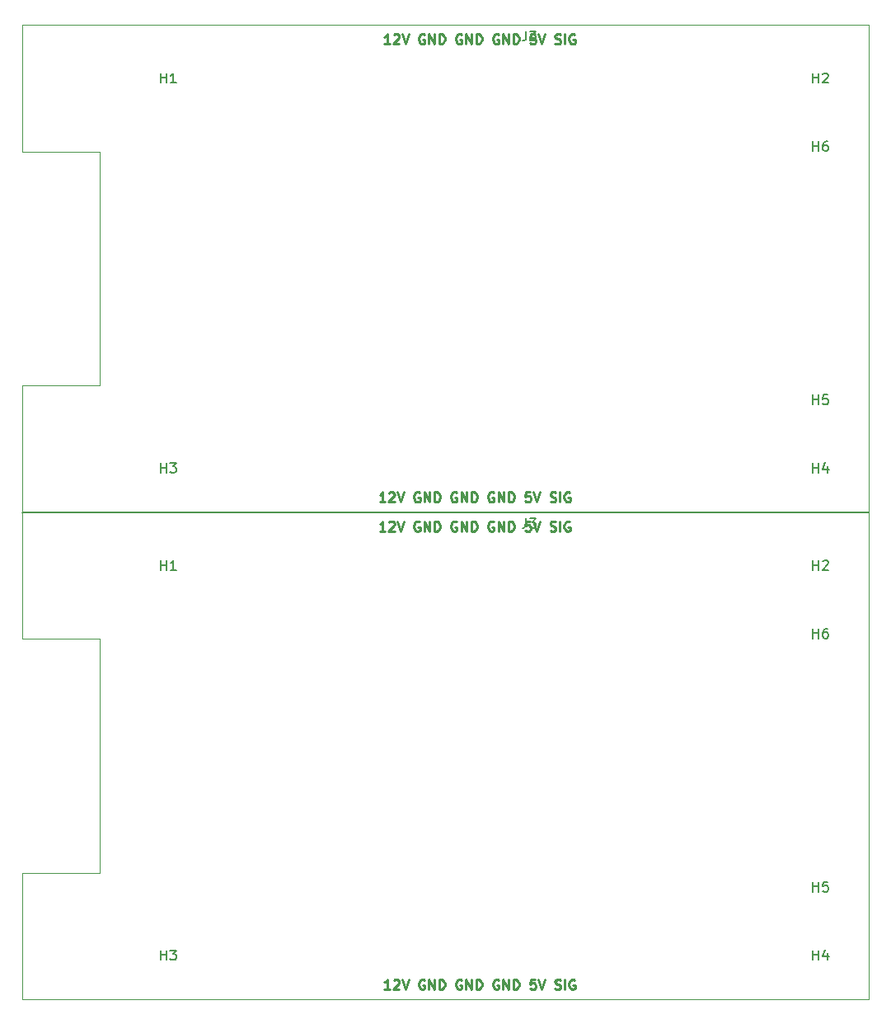
<source format=gbr>
%TF.GenerationSoftware,KiCad,Pcbnew,(5.0.0-rc2-60-gbfa89039c)*%
%TF.CreationDate,2019-08-02T13:04:55+03:00*%
%TF.ProjectId,ConnectorPCB,436F6E6E6563746F725043422E6B6963,rev?*%
%TF.SameCoordinates,Original*%
%TF.FileFunction,Legend,Top*%
%TF.FilePolarity,Positive*%
%FSLAX46Y46*%
G04 Gerber Fmt 4.6, Leading zero omitted, Abs format (unit mm)*
G04 Created by KiCad (PCBNEW (5.0.0-rc2-60-gbfa89039c)) date 08/02/19 13:04:55*
%MOMM*%
%LPD*%
G01*
G04 APERTURE LIST*
%ADD10C,0.250000*%
%ADD11C,0.050000*%
%ADD12C,0.200000*%
%ADD13C,0.150000*%
G04 APERTURE END LIST*
D10*
X77785714Y-31952380D02*
X77214285Y-31952380D01*
X77500000Y-31952380D02*
X77500000Y-30952380D01*
X77404761Y-31095238D01*
X77309523Y-31190476D01*
X77214285Y-31238095D01*
X78166666Y-31047619D02*
X78214285Y-31000000D01*
X78309523Y-30952380D01*
X78547619Y-30952380D01*
X78642857Y-31000000D01*
X78690476Y-31047619D01*
X78738095Y-31142857D01*
X78738095Y-31238095D01*
X78690476Y-31380952D01*
X78119047Y-31952380D01*
X78738095Y-31952380D01*
X79023809Y-30952380D02*
X79357142Y-31952380D01*
X79690476Y-30952380D01*
X81309523Y-31000000D02*
X81214285Y-30952380D01*
X81071428Y-30952380D01*
X80928571Y-31000000D01*
X80833333Y-31095238D01*
X80785714Y-31190476D01*
X80738095Y-31380952D01*
X80738095Y-31523809D01*
X80785714Y-31714285D01*
X80833333Y-31809523D01*
X80928571Y-31904761D01*
X81071428Y-31952380D01*
X81166666Y-31952380D01*
X81309523Y-31904761D01*
X81357142Y-31857142D01*
X81357142Y-31523809D01*
X81166666Y-31523809D01*
X81785714Y-31952380D02*
X81785714Y-30952380D01*
X82357142Y-31952380D01*
X82357142Y-30952380D01*
X82833333Y-31952380D02*
X82833333Y-30952380D01*
X83071428Y-30952380D01*
X83214285Y-31000000D01*
X83309523Y-31095238D01*
X83357142Y-31190476D01*
X83404761Y-31380952D01*
X83404761Y-31523809D01*
X83357142Y-31714285D01*
X83309523Y-31809523D01*
X83214285Y-31904761D01*
X83071428Y-31952380D01*
X82833333Y-31952380D01*
X85119047Y-31000000D02*
X85023809Y-30952380D01*
X84880952Y-30952380D01*
X84738095Y-31000000D01*
X84642857Y-31095238D01*
X84595238Y-31190476D01*
X84547619Y-31380952D01*
X84547619Y-31523809D01*
X84595238Y-31714285D01*
X84642857Y-31809523D01*
X84738095Y-31904761D01*
X84880952Y-31952380D01*
X84976190Y-31952380D01*
X85119047Y-31904761D01*
X85166666Y-31857142D01*
X85166666Y-31523809D01*
X84976190Y-31523809D01*
X85595238Y-31952380D02*
X85595238Y-30952380D01*
X86166666Y-31952380D01*
X86166666Y-30952380D01*
X86642857Y-31952380D02*
X86642857Y-30952380D01*
X86880952Y-30952380D01*
X87023809Y-31000000D01*
X87119047Y-31095238D01*
X87166666Y-31190476D01*
X87214285Y-31380952D01*
X87214285Y-31523809D01*
X87166666Y-31714285D01*
X87119047Y-31809523D01*
X87023809Y-31904761D01*
X86880952Y-31952380D01*
X86642857Y-31952380D01*
X88928571Y-31000000D02*
X88833333Y-30952380D01*
X88690476Y-30952380D01*
X88547619Y-31000000D01*
X88452380Y-31095238D01*
X88404761Y-31190476D01*
X88357142Y-31380952D01*
X88357142Y-31523809D01*
X88404761Y-31714285D01*
X88452380Y-31809523D01*
X88547619Y-31904761D01*
X88690476Y-31952380D01*
X88785714Y-31952380D01*
X88928571Y-31904761D01*
X88976190Y-31857142D01*
X88976190Y-31523809D01*
X88785714Y-31523809D01*
X89404761Y-31952380D02*
X89404761Y-30952380D01*
X89976190Y-31952380D01*
X89976190Y-30952380D01*
X90452380Y-31952380D02*
X90452380Y-30952380D01*
X90690476Y-30952380D01*
X90833333Y-31000000D01*
X90928571Y-31095238D01*
X90976190Y-31190476D01*
X91023809Y-31380952D01*
X91023809Y-31523809D01*
X90976190Y-31714285D01*
X90928571Y-31809523D01*
X90833333Y-31904761D01*
X90690476Y-31952380D01*
X90452380Y-31952380D01*
X92690476Y-30952380D02*
X92214285Y-30952380D01*
X92166666Y-31428571D01*
X92214285Y-31380952D01*
X92309523Y-31333333D01*
X92547619Y-31333333D01*
X92642857Y-31380952D01*
X92690476Y-31428571D01*
X92738095Y-31523809D01*
X92738095Y-31761904D01*
X92690476Y-31857142D01*
X92642857Y-31904761D01*
X92547619Y-31952380D01*
X92309523Y-31952380D01*
X92214285Y-31904761D01*
X92166666Y-31857142D01*
X93023809Y-30952380D02*
X93357142Y-31952380D01*
X93690476Y-30952380D01*
X94738095Y-31904761D02*
X94880952Y-31952380D01*
X95119047Y-31952380D01*
X95214285Y-31904761D01*
X95261904Y-31857142D01*
X95309523Y-31761904D01*
X95309523Y-31666666D01*
X95261904Y-31571428D01*
X95214285Y-31523809D01*
X95119047Y-31476190D01*
X94928571Y-31428571D01*
X94833333Y-31380952D01*
X94785714Y-31333333D01*
X94738095Y-31238095D01*
X94738095Y-31142857D01*
X94785714Y-31047619D01*
X94833333Y-31000000D01*
X94928571Y-30952380D01*
X95166666Y-30952380D01*
X95309523Y-31000000D01*
X95738095Y-31952380D02*
X95738095Y-30952380D01*
X96738095Y-31000000D02*
X96642857Y-30952380D01*
X96500000Y-30952380D01*
X96357142Y-31000000D01*
X96261904Y-31095238D01*
X96214285Y-31190476D01*
X96166666Y-31380952D01*
X96166666Y-31523809D01*
X96214285Y-31714285D01*
X96261904Y-31809523D01*
X96357142Y-31904761D01*
X96500000Y-31952380D01*
X96595238Y-31952380D01*
X96738095Y-31904761D01*
X96785714Y-31857142D01*
X96785714Y-31523809D01*
X96595238Y-31523809D01*
X77285714Y-78952380D02*
X76714285Y-78952380D01*
X77000000Y-78952380D02*
X77000000Y-77952380D01*
X76904761Y-78095238D01*
X76809523Y-78190476D01*
X76714285Y-78238095D01*
X77666666Y-78047619D02*
X77714285Y-78000000D01*
X77809523Y-77952380D01*
X78047619Y-77952380D01*
X78142857Y-78000000D01*
X78190476Y-78047619D01*
X78238095Y-78142857D01*
X78238095Y-78238095D01*
X78190476Y-78380952D01*
X77619047Y-78952380D01*
X78238095Y-78952380D01*
X78523809Y-77952380D02*
X78857142Y-78952380D01*
X79190476Y-77952380D01*
X80809523Y-78000000D02*
X80714285Y-77952380D01*
X80571428Y-77952380D01*
X80428571Y-78000000D01*
X80333333Y-78095238D01*
X80285714Y-78190476D01*
X80238095Y-78380952D01*
X80238095Y-78523809D01*
X80285714Y-78714285D01*
X80333333Y-78809523D01*
X80428571Y-78904761D01*
X80571428Y-78952380D01*
X80666666Y-78952380D01*
X80809523Y-78904761D01*
X80857142Y-78857142D01*
X80857142Y-78523809D01*
X80666666Y-78523809D01*
X81285714Y-78952380D02*
X81285714Y-77952380D01*
X81857142Y-78952380D01*
X81857142Y-77952380D01*
X82333333Y-78952380D02*
X82333333Y-77952380D01*
X82571428Y-77952380D01*
X82714285Y-78000000D01*
X82809523Y-78095238D01*
X82857142Y-78190476D01*
X82904761Y-78380952D01*
X82904761Y-78523809D01*
X82857142Y-78714285D01*
X82809523Y-78809523D01*
X82714285Y-78904761D01*
X82571428Y-78952380D01*
X82333333Y-78952380D01*
X84619047Y-78000000D02*
X84523809Y-77952380D01*
X84380952Y-77952380D01*
X84238095Y-78000000D01*
X84142857Y-78095238D01*
X84095238Y-78190476D01*
X84047619Y-78380952D01*
X84047619Y-78523809D01*
X84095238Y-78714285D01*
X84142857Y-78809523D01*
X84238095Y-78904761D01*
X84380952Y-78952380D01*
X84476190Y-78952380D01*
X84619047Y-78904761D01*
X84666666Y-78857142D01*
X84666666Y-78523809D01*
X84476190Y-78523809D01*
X85095238Y-78952380D02*
X85095238Y-77952380D01*
X85666666Y-78952380D01*
X85666666Y-77952380D01*
X86142857Y-78952380D02*
X86142857Y-77952380D01*
X86380952Y-77952380D01*
X86523809Y-78000000D01*
X86619047Y-78095238D01*
X86666666Y-78190476D01*
X86714285Y-78380952D01*
X86714285Y-78523809D01*
X86666666Y-78714285D01*
X86619047Y-78809523D01*
X86523809Y-78904761D01*
X86380952Y-78952380D01*
X86142857Y-78952380D01*
X88428571Y-78000000D02*
X88333333Y-77952380D01*
X88190476Y-77952380D01*
X88047619Y-78000000D01*
X87952380Y-78095238D01*
X87904761Y-78190476D01*
X87857142Y-78380952D01*
X87857142Y-78523809D01*
X87904761Y-78714285D01*
X87952380Y-78809523D01*
X88047619Y-78904761D01*
X88190476Y-78952380D01*
X88285714Y-78952380D01*
X88428571Y-78904761D01*
X88476190Y-78857142D01*
X88476190Y-78523809D01*
X88285714Y-78523809D01*
X88904761Y-78952380D02*
X88904761Y-77952380D01*
X89476190Y-78952380D01*
X89476190Y-77952380D01*
X89952380Y-78952380D02*
X89952380Y-77952380D01*
X90190476Y-77952380D01*
X90333333Y-78000000D01*
X90428571Y-78095238D01*
X90476190Y-78190476D01*
X90523809Y-78380952D01*
X90523809Y-78523809D01*
X90476190Y-78714285D01*
X90428571Y-78809523D01*
X90333333Y-78904761D01*
X90190476Y-78952380D01*
X89952380Y-78952380D01*
X92190476Y-77952380D02*
X91714285Y-77952380D01*
X91666666Y-78428571D01*
X91714285Y-78380952D01*
X91809523Y-78333333D01*
X92047619Y-78333333D01*
X92142857Y-78380952D01*
X92190476Y-78428571D01*
X92238095Y-78523809D01*
X92238095Y-78761904D01*
X92190476Y-78857142D01*
X92142857Y-78904761D01*
X92047619Y-78952380D01*
X91809523Y-78952380D01*
X91714285Y-78904761D01*
X91666666Y-78857142D01*
X92523809Y-77952380D02*
X92857142Y-78952380D01*
X93190476Y-77952380D01*
X94238095Y-78904761D02*
X94380952Y-78952380D01*
X94619047Y-78952380D01*
X94714285Y-78904761D01*
X94761904Y-78857142D01*
X94809523Y-78761904D01*
X94809523Y-78666666D01*
X94761904Y-78571428D01*
X94714285Y-78523809D01*
X94619047Y-78476190D01*
X94428571Y-78428571D01*
X94333333Y-78380952D01*
X94285714Y-78333333D01*
X94238095Y-78238095D01*
X94238095Y-78142857D01*
X94285714Y-78047619D01*
X94333333Y-78000000D01*
X94428571Y-77952380D01*
X94666666Y-77952380D01*
X94809523Y-78000000D01*
X95238095Y-78952380D02*
X95238095Y-77952380D01*
X96238095Y-78000000D02*
X96142857Y-77952380D01*
X96000000Y-77952380D01*
X95857142Y-78000000D01*
X95761904Y-78095238D01*
X95714285Y-78190476D01*
X95666666Y-78380952D01*
X95666666Y-78523809D01*
X95714285Y-78714285D01*
X95761904Y-78809523D01*
X95857142Y-78904761D01*
X96000000Y-78952380D01*
X96095238Y-78952380D01*
X96238095Y-78904761D01*
X96285714Y-78857142D01*
X96285714Y-78523809D01*
X96095238Y-78523809D01*
X77285714Y-81952380D02*
X76714285Y-81952380D01*
X77000000Y-81952380D02*
X77000000Y-80952380D01*
X76904761Y-81095238D01*
X76809523Y-81190476D01*
X76714285Y-81238095D01*
X77666666Y-81047619D02*
X77714285Y-81000000D01*
X77809523Y-80952380D01*
X78047619Y-80952380D01*
X78142857Y-81000000D01*
X78190476Y-81047619D01*
X78238095Y-81142857D01*
X78238095Y-81238095D01*
X78190476Y-81380952D01*
X77619047Y-81952380D01*
X78238095Y-81952380D01*
X78523809Y-80952380D02*
X78857142Y-81952380D01*
X79190476Y-80952380D01*
X80809523Y-81000000D02*
X80714285Y-80952380D01*
X80571428Y-80952380D01*
X80428571Y-81000000D01*
X80333333Y-81095238D01*
X80285714Y-81190476D01*
X80238095Y-81380952D01*
X80238095Y-81523809D01*
X80285714Y-81714285D01*
X80333333Y-81809523D01*
X80428571Y-81904761D01*
X80571428Y-81952380D01*
X80666666Y-81952380D01*
X80809523Y-81904761D01*
X80857142Y-81857142D01*
X80857142Y-81523809D01*
X80666666Y-81523809D01*
X81285714Y-81952380D02*
X81285714Y-80952380D01*
X81857142Y-81952380D01*
X81857142Y-80952380D01*
X82333333Y-81952380D02*
X82333333Y-80952380D01*
X82571428Y-80952380D01*
X82714285Y-81000000D01*
X82809523Y-81095238D01*
X82857142Y-81190476D01*
X82904761Y-81380952D01*
X82904761Y-81523809D01*
X82857142Y-81714285D01*
X82809523Y-81809523D01*
X82714285Y-81904761D01*
X82571428Y-81952380D01*
X82333333Y-81952380D01*
X84619047Y-81000000D02*
X84523809Y-80952380D01*
X84380952Y-80952380D01*
X84238095Y-81000000D01*
X84142857Y-81095238D01*
X84095238Y-81190476D01*
X84047619Y-81380952D01*
X84047619Y-81523809D01*
X84095238Y-81714285D01*
X84142857Y-81809523D01*
X84238095Y-81904761D01*
X84380952Y-81952380D01*
X84476190Y-81952380D01*
X84619047Y-81904761D01*
X84666666Y-81857142D01*
X84666666Y-81523809D01*
X84476190Y-81523809D01*
X85095238Y-81952380D02*
X85095238Y-80952380D01*
X85666666Y-81952380D01*
X85666666Y-80952380D01*
X86142857Y-81952380D02*
X86142857Y-80952380D01*
X86380952Y-80952380D01*
X86523809Y-81000000D01*
X86619047Y-81095238D01*
X86666666Y-81190476D01*
X86714285Y-81380952D01*
X86714285Y-81523809D01*
X86666666Y-81714285D01*
X86619047Y-81809523D01*
X86523809Y-81904761D01*
X86380952Y-81952380D01*
X86142857Y-81952380D01*
X88428571Y-81000000D02*
X88333333Y-80952380D01*
X88190476Y-80952380D01*
X88047619Y-81000000D01*
X87952380Y-81095238D01*
X87904761Y-81190476D01*
X87857142Y-81380952D01*
X87857142Y-81523809D01*
X87904761Y-81714285D01*
X87952380Y-81809523D01*
X88047619Y-81904761D01*
X88190476Y-81952380D01*
X88285714Y-81952380D01*
X88428571Y-81904761D01*
X88476190Y-81857142D01*
X88476190Y-81523809D01*
X88285714Y-81523809D01*
X88904761Y-81952380D02*
X88904761Y-80952380D01*
X89476190Y-81952380D01*
X89476190Y-80952380D01*
X89952380Y-81952380D02*
X89952380Y-80952380D01*
X90190476Y-80952380D01*
X90333333Y-81000000D01*
X90428571Y-81095238D01*
X90476190Y-81190476D01*
X90523809Y-81380952D01*
X90523809Y-81523809D01*
X90476190Y-81714285D01*
X90428571Y-81809523D01*
X90333333Y-81904761D01*
X90190476Y-81952380D01*
X89952380Y-81952380D01*
X92190476Y-80952380D02*
X91714285Y-80952380D01*
X91666666Y-81428571D01*
X91714285Y-81380952D01*
X91809523Y-81333333D01*
X92047619Y-81333333D01*
X92142857Y-81380952D01*
X92190476Y-81428571D01*
X92238095Y-81523809D01*
X92238095Y-81761904D01*
X92190476Y-81857142D01*
X92142857Y-81904761D01*
X92047619Y-81952380D01*
X91809523Y-81952380D01*
X91714285Y-81904761D01*
X91666666Y-81857142D01*
X92523809Y-80952380D02*
X92857142Y-81952380D01*
X93190476Y-80952380D01*
X94238095Y-81904761D02*
X94380952Y-81952380D01*
X94619047Y-81952380D01*
X94714285Y-81904761D01*
X94761904Y-81857142D01*
X94809523Y-81761904D01*
X94809523Y-81666666D01*
X94761904Y-81571428D01*
X94714285Y-81523809D01*
X94619047Y-81476190D01*
X94428571Y-81428571D01*
X94333333Y-81380952D01*
X94285714Y-81333333D01*
X94238095Y-81238095D01*
X94238095Y-81142857D01*
X94285714Y-81047619D01*
X94333333Y-81000000D01*
X94428571Y-80952380D01*
X94666666Y-80952380D01*
X94809523Y-81000000D01*
X95238095Y-81952380D02*
X95238095Y-80952380D01*
X96238095Y-81000000D02*
X96142857Y-80952380D01*
X96000000Y-80952380D01*
X95857142Y-81000000D01*
X95761904Y-81095238D01*
X95714285Y-81190476D01*
X95666666Y-81380952D01*
X95666666Y-81523809D01*
X95714285Y-81714285D01*
X95761904Y-81809523D01*
X95857142Y-81904761D01*
X96000000Y-81952380D01*
X96095238Y-81952380D01*
X96238095Y-81904761D01*
X96285714Y-81857142D01*
X96285714Y-81523809D01*
X96095238Y-81523809D01*
X77785714Y-128952380D02*
X77214285Y-128952380D01*
X77500000Y-128952380D02*
X77500000Y-127952380D01*
X77404761Y-128095238D01*
X77309523Y-128190476D01*
X77214285Y-128238095D01*
X78166666Y-128047619D02*
X78214285Y-128000000D01*
X78309523Y-127952380D01*
X78547619Y-127952380D01*
X78642857Y-128000000D01*
X78690476Y-128047619D01*
X78738095Y-128142857D01*
X78738095Y-128238095D01*
X78690476Y-128380952D01*
X78119047Y-128952380D01*
X78738095Y-128952380D01*
X79023809Y-127952380D02*
X79357142Y-128952380D01*
X79690476Y-127952380D01*
X81309523Y-128000000D02*
X81214285Y-127952380D01*
X81071428Y-127952380D01*
X80928571Y-128000000D01*
X80833333Y-128095238D01*
X80785714Y-128190476D01*
X80738095Y-128380952D01*
X80738095Y-128523809D01*
X80785714Y-128714285D01*
X80833333Y-128809523D01*
X80928571Y-128904761D01*
X81071428Y-128952380D01*
X81166666Y-128952380D01*
X81309523Y-128904761D01*
X81357142Y-128857142D01*
X81357142Y-128523809D01*
X81166666Y-128523809D01*
X81785714Y-128952380D02*
X81785714Y-127952380D01*
X82357142Y-128952380D01*
X82357142Y-127952380D01*
X82833333Y-128952380D02*
X82833333Y-127952380D01*
X83071428Y-127952380D01*
X83214285Y-128000000D01*
X83309523Y-128095238D01*
X83357142Y-128190476D01*
X83404761Y-128380952D01*
X83404761Y-128523809D01*
X83357142Y-128714285D01*
X83309523Y-128809523D01*
X83214285Y-128904761D01*
X83071428Y-128952380D01*
X82833333Y-128952380D01*
X85119047Y-128000000D02*
X85023809Y-127952380D01*
X84880952Y-127952380D01*
X84738095Y-128000000D01*
X84642857Y-128095238D01*
X84595238Y-128190476D01*
X84547619Y-128380952D01*
X84547619Y-128523809D01*
X84595238Y-128714285D01*
X84642857Y-128809523D01*
X84738095Y-128904761D01*
X84880952Y-128952380D01*
X84976190Y-128952380D01*
X85119047Y-128904761D01*
X85166666Y-128857142D01*
X85166666Y-128523809D01*
X84976190Y-128523809D01*
X85595238Y-128952380D02*
X85595238Y-127952380D01*
X86166666Y-128952380D01*
X86166666Y-127952380D01*
X86642857Y-128952380D02*
X86642857Y-127952380D01*
X86880952Y-127952380D01*
X87023809Y-128000000D01*
X87119047Y-128095238D01*
X87166666Y-128190476D01*
X87214285Y-128380952D01*
X87214285Y-128523809D01*
X87166666Y-128714285D01*
X87119047Y-128809523D01*
X87023809Y-128904761D01*
X86880952Y-128952380D01*
X86642857Y-128952380D01*
X88928571Y-128000000D02*
X88833333Y-127952380D01*
X88690476Y-127952380D01*
X88547619Y-128000000D01*
X88452380Y-128095238D01*
X88404761Y-128190476D01*
X88357142Y-128380952D01*
X88357142Y-128523809D01*
X88404761Y-128714285D01*
X88452380Y-128809523D01*
X88547619Y-128904761D01*
X88690476Y-128952380D01*
X88785714Y-128952380D01*
X88928571Y-128904761D01*
X88976190Y-128857142D01*
X88976190Y-128523809D01*
X88785714Y-128523809D01*
X89404761Y-128952380D02*
X89404761Y-127952380D01*
X89976190Y-128952380D01*
X89976190Y-127952380D01*
X90452380Y-128952380D02*
X90452380Y-127952380D01*
X90690476Y-127952380D01*
X90833333Y-128000000D01*
X90928571Y-128095238D01*
X90976190Y-128190476D01*
X91023809Y-128380952D01*
X91023809Y-128523809D01*
X90976190Y-128714285D01*
X90928571Y-128809523D01*
X90833333Y-128904761D01*
X90690476Y-128952380D01*
X90452380Y-128952380D01*
X92690476Y-127952380D02*
X92214285Y-127952380D01*
X92166666Y-128428571D01*
X92214285Y-128380952D01*
X92309523Y-128333333D01*
X92547619Y-128333333D01*
X92642857Y-128380952D01*
X92690476Y-128428571D01*
X92738095Y-128523809D01*
X92738095Y-128761904D01*
X92690476Y-128857142D01*
X92642857Y-128904761D01*
X92547619Y-128952380D01*
X92309523Y-128952380D01*
X92214285Y-128904761D01*
X92166666Y-128857142D01*
X93023809Y-127952380D02*
X93357142Y-128952380D01*
X93690476Y-127952380D01*
X94738095Y-128904761D02*
X94880952Y-128952380D01*
X95119047Y-128952380D01*
X95214285Y-128904761D01*
X95261904Y-128857142D01*
X95309523Y-128761904D01*
X95309523Y-128666666D01*
X95261904Y-128571428D01*
X95214285Y-128523809D01*
X95119047Y-128476190D01*
X94928571Y-128428571D01*
X94833333Y-128380952D01*
X94785714Y-128333333D01*
X94738095Y-128238095D01*
X94738095Y-128142857D01*
X94785714Y-128047619D01*
X94833333Y-128000000D01*
X94928571Y-127952380D01*
X95166666Y-127952380D01*
X95309523Y-128000000D01*
X95738095Y-128952380D02*
X95738095Y-127952380D01*
X96738095Y-128000000D02*
X96642857Y-127952380D01*
X96500000Y-127952380D01*
X96357142Y-128000000D01*
X96261904Y-128095238D01*
X96214285Y-128190476D01*
X96166666Y-128380952D01*
X96166666Y-128523809D01*
X96214285Y-128714285D01*
X96261904Y-128809523D01*
X96357142Y-128904761D01*
X96500000Y-128952380D01*
X96595238Y-128952380D01*
X96738095Y-128904761D01*
X96785714Y-128857142D01*
X96785714Y-128523809D01*
X96595238Y-128523809D01*
D11*
X127000000Y-130000000D02*
X40000000Y-130000000D01*
X40000000Y-117000000D02*
X48000000Y-117000000D01*
X40000000Y-93000000D02*
X40000000Y-80000000D01*
X48000000Y-117000000D02*
X48000000Y-93000000D01*
X48000000Y-93000000D02*
X40000000Y-93000000D01*
X40000000Y-130000000D02*
X40000000Y-117000000D01*
X127000000Y-130000000D02*
X127000000Y-80000000D01*
D12*
X40000000Y-80000000D02*
X127000000Y-80000000D01*
D11*
X127000000Y-80000000D02*
X127000000Y-30000000D01*
X40000000Y-43000000D02*
X40000000Y-30000000D01*
X48000000Y-43000000D02*
X40000000Y-43000000D01*
X48000000Y-67000000D02*
X48000000Y-43000000D01*
X40000000Y-67000000D02*
X48000000Y-67000000D01*
X40000000Y-80000000D02*
X40000000Y-67000000D01*
X40000000Y-30000000D02*
X127000000Y-30000000D01*
D13*
X121238095Y-85952380D02*
X121238095Y-84952380D01*
X121238095Y-85428571D02*
X121809523Y-85428571D01*
X121809523Y-85952380D02*
X121809523Y-84952380D01*
X122238095Y-85047619D02*
X122285714Y-85000000D01*
X122380952Y-84952380D01*
X122619047Y-84952380D01*
X122714285Y-85000000D01*
X122761904Y-85047619D01*
X122809523Y-85142857D01*
X122809523Y-85238095D01*
X122761904Y-85380952D01*
X122190476Y-85952380D01*
X122809523Y-85952380D01*
X121238095Y-125952380D02*
X121238095Y-124952380D01*
X121238095Y-125428571D02*
X121809523Y-125428571D01*
X121809523Y-125952380D02*
X121809523Y-124952380D01*
X122714285Y-125285714D02*
X122714285Y-125952380D01*
X122476190Y-124904761D02*
X122238095Y-125619047D01*
X122857142Y-125619047D01*
X121238095Y-92952380D02*
X121238095Y-91952380D01*
X121238095Y-92428571D02*
X121809523Y-92428571D01*
X121809523Y-92952380D02*
X121809523Y-91952380D01*
X122714285Y-91952380D02*
X122523809Y-91952380D01*
X122428571Y-92000000D01*
X122380952Y-92047619D01*
X122285714Y-92190476D01*
X122238095Y-92380952D01*
X122238095Y-92761904D01*
X122285714Y-92857142D01*
X122333333Y-92904761D01*
X122428571Y-92952380D01*
X122619047Y-92952380D01*
X122714285Y-92904761D01*
X122761904Y-92857142D01*
X122809523Y-92761904D01*
X122809523Y-92523809D01*
X122761904Y-92428571D01*
X122714285Y-92380952D01*
X122619047Y-92333333D01*
X122428571Y-92333333D01*
X122333333Y-92380952D01*
X122285714Y-92428571D01*
X122238095Y-92523809D01*
X91746666Y-80642380D02*
X91746666Y-81356666D01*
X91699047Y-81499523D01*
X91603809Y-81594761D01*
X91460952Y-81642380D01*
X91365714Y-81642380D01*
X92127619Y-80642380D02*
X92746666Y-80642380D01*
X92413333Y-81023333D01*
X92556190Y-81023333D01*
X92651428Y-81070952D01*
X92699047Y-81118571D01*
X92746666Y-81213809D01*
X92746666Y-81451904D01*
X92699047Y-81547142D01*
X92651428Y-81594761D01*
X92556190Y-81642380D01*
X92270476Y-81642380D01*
X92175238Y-81594761D01*
X92127619Y-81547142D01*
X54238095Y-85952380D02*
X54238095Y-84952380D01*
X54238095Y-85428571D02*
X54809523Y-85428571D01*
X54809523Y-85952380D02*
X54809523Y-84952380D01*
X55809523Y-85952380D02*
X55238095Y-85952380D01*
X55523809Y-85952380D02*
X55523809Y-84952380D01*
X55428571Y-85095238D01*
X55333333Y-85190476D01*
X55238095Y-85238095D01*
X121238095Y-118952380D02*
X121238095Y-117952380D01*
X121238095Y-118428571D02*
X121809523Y-118428571D01*
X121809523Y-118952380D02*
X121809523Y-117952380D01*
X122761904Y-117952380D02*
X122285714Y-117952380D01*
X122238095Y-118428571D01*
X122285714Y-118380952D01*
X122380952Y-118333333D01*
X122619047Y-118333333D01*
X122714285Y-118380952D01*
X122761904Y-118428571D01*
X122809523Y-118523809D01*
X122809523Y-118761904D01*
X122761904Y-118857142D01*
X122714285Y-118904761D01*
X122619047Y-118952380D01*
X122380952Y-118952380D01*
X122285714Y-118904761D01*
X122238095Y-118857142D01*
X54238095Y-125952380D02*
X54238095Y-124952380D01*
X54238095Y-125428571D02*
X54809523Y-125428571D01*
X54809523Y-125952380D02*
X54809523Y-124952380D01*
X55190476Y-124952380D02*
X55809523Y-124952380D01*
X55476190Y-125333333D01*
X55619047Y-125333333D01*
X55714285Y-125380952D01*
X55761904Y-125428571D01*
X55809523Y-125523809D01*
X55809523Y-125761904D01*
X55761904Y-125857142D01*
X55714285Y-125904761D01*
X55619047Y-125952380D01*
X55333333Y-125952380D01*
X55238095Y-125904761D01*
X55190476Y-125857142D01*
X121238095Y-42952380D02*
X121238095Y-41952380D01*
X121238095Y-42428571D02*
X121809523Y-42428571D01*
X121809523Y-42952380D02*
X121809523Y-41952380D01*
X122714285Y-41952380D02*
X122523809Y-41952380D01*
X122428571Y-42000000D01*
X122380952Y-42047619D01*
X122285714Y-42190476D01*
X122238095Y-42380952D01*
X122238095Y-42761904D01*
X122285714Y-42857142D01*
X122333333Y-42904761D01*
X122428571Y-42952380D01*
X122619047Y-42952380D01*
X122714285Y-42904761D01*
X122761904Y-42857142D01*
X122809523Y-42761904D01*
X122809523Y-42523809D01*
X122761904Y-42428571D01*
X122714285Y-42380952D01*
X122619047Y-42333333D01*
X122428571Y-42333333D01*
X122333333Y-42380952D01*
X122285714Y-42428571D01*
X122238095Y-42523809D01*
X121238095Y-68952380D02*
X121238095Y-67952380D01*
X121238095Y-68428571D02*
X121809523Y-68428571D01*
X121809523Y-68952380D02*
X121809523Y-67952380D01*
X122761904Y-67952380D02*
X122285714Y-67952380D01*
X122238095Y-68428571D01*
X122285714Y-68380952D01*
X122380952Y-68333333D01*
X122619047Y-68333333D01*
X122714285Y-68380952D01*
X122761904Y-68428571D01*
X122809523Y-68523809D01*
X122809523Y-68761904D01*
X122761904Y-68857142D01*
X122714285Y-68904761D01*
X122619047Y-68952380D01*
X122380952Y-68952380D01*
X122285714Y-68904761D01*
X122238095Y-68857142D01*
X121238095Y-75952380D02*
X121238095Y-74952380D01*
X121238095Y-75428571D02*
X121809523Y-75428571D01*
X121809523Y-75952380D02*
X121809523Y-74952380D01*
X122714285Y-75285714D02*
X122714285Y-75952380D01*
X122476190Y-74904761D02*
X122238095Y-75619047D01*
X122857142Y-75619047D01*
X54238095Y-75952380D02*
X54238095Y-74952380D01*
X54238095Y-75428571D02*
X54809523Y-75428571D01*
X54809523Y-75952380D02*
X54809523Y-74952380D01*
X55190476Y-74952380D02*
X55809523Y-74952380D01*
X55476190Y-75333333D01*
X55619047Y-75333333D01*
X55714285Y-75380952D01*
X55761904Y-75428571D01*
X55809523Y-75523809D01*
X55809523Y-75761904D01*
X55761904Y-75857142D01*
X55714285Y-75904761D01*
X55619047Y-75952380D01*
X55333333Y-75952380D01*
X55238095Y-75904761D01*
X55190476Y-75857142D01*
X121238095Y-35952380D02*
X121238095Y-34952380D01*
X121238095Y-35428571D02*
X121809523Y-35428571D01*
X121809523Y-35952380D02*
X121809523Y-34952380D01*
X122238095Y-35047619D02*
X122285714Y-35000000D01*
X122380952Y-34952380D01*
X122619047Y-34952380D01*
X122714285Y-35000000D01*
X122761904Y-35047619D01*
X122809523Y-35142857D01*
X122809523Y-35238095D01*
X122761904Y-35380952D01*
X122190476Y-35952380D01*
X122809523Y-35952380D01*
X54238095Y-35952380D02*
X54238095Y-34952380D01*
X54238095Y-35428571D02*
X54809523Y-35428571D01*
X54809523Y-35952380D02*
X54809523Y-34952380D01*
X55809523Y-35952380D02*
X55238095Y-35952380D01*
X55523809Y-35952380D02*
X55523809Y-34952380D01*
X55428571Y-35095238D01*
X55333333Y-35190476D01*
X55238095Y-35238095D01*
X91746666Y-30642380D02*
X91746666Y-31356666D01*
X91699047Y-31499523D01*
X91603809Y-31594761D01*
X91460952Y-31642380D01*
X91365714Y-31642380D01*
X92127619Y-30642380D02*
X92746666Y-30642380D01*
X92413333Y-31023333D01*
X92556190Y-31023333D01*
X92651428Y-31070952D01*
X92699047Y-31118571D01*
X92746666Y-31213809D01*
X92746666Y-31451904D01*
X92699047Y-31547142D01*
X92651428Y-31594761D01*
X92556190Y-31642380D01*
X92270476Y-31642380D01*
X92175238Y-31594761D01*
X92127619Y-31547142D01*
M02*

</source>
